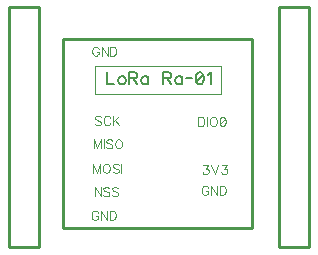
<source format=gbr>
G04 DipTrace 3.0.0.2*
G04 TopSilk.gbr*
%MOIN*%
G04 #@! TF.FileFunction,Legend,Top*
G04 #@! TF.Part,Single*
%ADD10C,0.009843*%
%ADD15C,0.003937*%
%ADD32C,0.004632*%
%ADD33C,0.006176*%
%FSLAX26Y26*%
G04*
G70*
G90*
G75*
G01*
G04 TopSilk*
%LPD*%
X390079Y391654D2*
D10*
Y1191654D1*
X490079Y391654D2*
X390079D1*
X490079D2*
Y1191654D1*
X390079D1*
X1390079D2*
Y391654D1*
X1290079Y1191654D2*
X1390079D1*
X1290079D2*
Y391654D1*
X1390079D1*
X1201531Y457008D2*
X571539D1*
Y1086929D1*
X1201531D1*
Y457008D1*
X677480Y994803D2*
D15*
X1097559D1*
Y903858D1*
X677480D1*
Y994803D1*
X718125Y975176D2*
D33*
Y934984D1*
X741073D1*
X762974Y961778D2*
X759172Y959877D1*
X755325Y956030D1*
X753424Y950282D1*
Y946480D1*
X755325Y940732D1*
X759172Y936929D1*
X762974Y934984D1*
X768723D1*
X772569Y936929D1*
X776372Y940732D1*
X778317Y946480D1*
Y950282D1*
X776372Y956030D1*
X772569Y959877D1*
X768723Y961778D1*
X762974D1*
X790669Y956030D2*
X807869D1*
X813617Y957976D1*
X815562Y959877D1*
X817463Y963680D1*
Y967527D1*
X815562Y971329D1*
X813617Y973275D1*
X807869Y975176D1*
X790669D1*
Y934984D1*
X804066Y956030D2*
X817463Y934984D1*
X852763Y961778D2*
Y934984D1*
Y956030D2*
X848960Y959877D1*
X845113Y961778D1*
X839410D1*
X835563Y959877D1*
X831760Y956030D1*
X829815Y950282D1*
Y946480D1*
X831760Y940732D1*
X835563Y936929D1*
X839410Y934984D1*
X845113D1*
X848960Y936929D1*
X852763Y940732D1*
X903995Y956030D2*
X921195D1*
X926943Y957976D1*
X928888Y959877D1*
X930790Y963680D1*
Y967527D1*
X928888Y971329D1*
X926943Y973275D1*
X921195Y975176D1*
X903995D1*
Y934984D1*
X917392Y956030D2*
X930790Y934984D1*
X966089Y961778D2*
Y934984D1*
Y956030D2*
X962286Y959877D1*
X958440Y961778D1*
X952736D1*
X948889Y959877D1*
X945086Y956030D1*
X943141Y950282D1*
Y946480D1*
X945086Y940732D1*
X948889Y936929D1*
X952736Y934984D1*
X958440D1*
X962286Y936929D1*
X966089Y940732D1*
X978440Y955058D2*
X1000548D1*
X1024395Y975132D2*
X1018647Y973230D1*
X1014801Y967482D1*
X1012899Y957932D1*
Y952184D1*
X1014801Y942633D1*
X1018647Y936885D1*
X1024395Y934984D1*
X1028198D1*
X1033946Y936885D1*
X1037749Y942633D1*
X1039694Y952184D1*
Y957932D1*
X1037749Y967482D1*
X1033946Y973230D1*
X1028198Y975132D1*
X1024395D1*
X1037749Y967482D2*
X1014801Y942633D1*
X1052045Y967482D2*
X1055892Y969428D1*
X1061640Y975132D1*
Y934984D1*
X1038127Y666183D2*
D32*
X1053879D1*
X1045290Y654709D1*
X1049601D1*
X1052453Y653283D1*
X1053879Y651857D1*
X1055338Y647546D1*
Y644694D1*
X1053879Y640383D1*
X1051027Y637498D1*
X1046716Y636072D1*
X1042405D1*
X1038127Y637498D1*
X1036702Y638957D1*
X1035242Y641809D1*
X1064602Y666216D2*
X1076076Y636072D1*
X1087550Y666216D1*
X1099698Y666183D2*
X1115450D1*
X1106861Y654709D1*
X1111172D1*
X1114024Y653283D1*
X1115450Y651857D1*
X1116909Y647546D1*
Y644694D1*
X1115450Y640383D1*
X1112598Y637498D1*
X1108287Y636072D1*
X1103976D1*
X1099698Y637498D1*
X1098273Y638957D1*
X1096813Y641809D1*
X1020769Y826544D2*
Y796400D1*
X1030817D1*
X1035128Y797859D1*
X1038013Y800711D1*
X1039439Y803596D1*
X1040865Y807874D1*
Y815070D1*
X1039439Y819381D1*
X1038013Y822233D1*
X1035128Y825118D1*
X1030817Y826544D1*
X1020769D1*
X1050128D2*
Y796400D1*
X1068014Y826544D2*
X1065129Y825118D1*
X1062277Y822233D1*
X1060818Y819381D1*
X1059392Y815070D1*
Y807874D1*
X1060818Y803596D1*
X1062277Y800711D1*
X1065129Y797859D1*
X1068014Y796400D1*
X1073751D1*
X1076603Y797859D1*
X1079488Y800711D1*
X1080914Y803596D1*
X1082340Y807874D1*
Y815070D1*
X1080914Y819381D1*
X1079488Y822233D1*
X1076603Y825118D1*
X1073751Y826544D1*
X1068014D1*
X1100225Y826511D2*
X1095914Y825085D1*
X1093029Y820774D1*
X1091603Y813611D1*
Y809300D1*
X1093029Y802137D1*
X1095914Y797826D1*
X1100225Y796400D1*
X1103077D1*
X1107388Y797826D1*
X1110240Y802137D1*
X1111699Y809300D1*
Y813611D1*
X1110240Y820774D1*
X1107388Y825085D1*
X1103077Y826511D1*
X1100225D1*
X1110240Y820774D2*
X1093029Y802137D1*
X688973Y1053860D2*
X687547Y1056712D1*
X684662Y1059597D1*
X681810Y1061023D1*
X676073D1*
X673188Y1059597D1*
X670336Y1056712D1*
X668877Y1053860D1*
X667451Y1049549D1*
Y1042353D1*
X668877Y1038075D1*
X670336Y1035190D1*
X673188Y1032338D1*
X676073Y1030879D1*
X681810D1*
X684662Y1032338D1*
X687547Y1035190D1*
X688973Y1038075D1*
Y1042353D1*
X681810D1*
X718333Y1061023D2*
Y1030879D1*
X698237Y1061023D1*
Y1030879D1*
X727596Y1061023D2*
Y1030879D1*
X737644D1*
X741955Y1032338D1*
X744840Y1035190D1*
X746266Y1038075D1*
X747692Y1042353D1*
Y1049549D1*
X746266Y1053860D1*
X744840Y1056712D1*
X741955Y1059597D1*
X737644Y1061023D1*
X727596D1*
X1053540Y589687D2*
X1052114Y592539D1*
X1049229Y595424D1*
X1046377Y596850D1*
X1040640D1*
X1037755Y595424D1*
X1034903Y592539D1*
X1033444Y589687D1*
X1032018Y585376D1*
Y578180D1*
X1033444Y573902D1*
X1034903Y571017D1*
X1037755Y568165D1*
X1040640Y566706D1*
X1046377D1*
X1049229Y568165D1*
X1052114Y571017D1*
X1053540Y573902D1*
Y578180D1*
X1046377D1*
X1082899Y596850D2*
Y566706D1*
X1062803Y596850D1*
Y566706D1*
X1092163Y596850D2*
Y566706D1*
X1102211D1*
X1106522Y568165D1*
X1109407Y571017D1*
X1110833Y573902D1*
X1112259Y578180D1*
Y585376D1*
X1110833Y589687D1*
X1109407Y592539D1*
X1106522Y595424D1*
X1102211Y596850D1*
X1092163D1*
X695346Y592838D2*
Y562694D1*
X675250Y592838D1*
Y562694D1*
X724706Y588527D2*
X721854Y591412D1*
X717543Y592838D1*
X711806D1*
X707495Y591412D1*
X704610Y588527D1*
Y585675D1*
X706069Y582790D1*
X707495Y581364D1*
X710347Y579938D1*
X718969Y577053D1*
X721854Y575627D1*
X723280Y574168D1*
X724706Y571316D1*
Y567005D1*
X721854Y564153D1*
X717543Y562694D1*
X711806D1*
X707495Y564153D1*
X704610Y567005D1*
X754065Y588527D2*
X751213Y591412D1*
X746902Y592838D1*
X741165D1*
X736854Y591412D1*
X733969Y588527D1*
Y585675D1*
X735428Y582790D1*
X736854Y581364D1*
X739706Y579938D1*
X748328Y577053D1*
X751213Y575627D1*
X752639Y574168D1*
X754065Y571316D1*
Y567005D1*
X751213Y564153D1*
X746902Y562694D1*
X741165D1*
X736854Y564153D1*
X733969Y567005D1*
X693865Y640250D2*
Y670394D1*
X682391Y640250D1*
X670917Y670394D1*
Y640250D1*
X711750Y670394D2*
X708865Y668968D1*
X706013Y666083D1*
X704554Y663231D1*
X703128Y658920D1*
Y651724D1*
X704554Y647446D1*
X706013Y644561D1*
X708865Y641709D1*
X711750Y640250D1*
X717487D1*
X720339Y641709D1*
X723224Y644561D1*
X724650Y647446D1*
X726076Y651724D1*
Y658920D1*
X724650Y663231D1*
X723224Y666083D1*
X720339Y668968D1*
X717487Y670394D1*
X711750D1*
X755436Y666083D2*
X752584Y668968D1*
X748273Y670394D1*
X742536D1*
X738225Y668968D1*
X735340Y666083D1*
Y663231D1*
X736799Y660346D1*
X738225Y658920D1*
X741077Y657494D1*
X749699Y654609D1*
X752584Y653183D1*
X754010Y651724D1*
X755436Y648872D1*
Y644561D1*
X752584Y641709D1*
X748273Y640250D1*
X742536D1*
X738225Y641709D1*
X735340Y644561D1*
X764699Y670394D2*
Y640250D1*
X695833Y721746D2*
Y751890D1*
X684359Y721746D1*
X672885Y751890D1*
Y721746D1*
X705097Y751890D2*
Y721746D1*
X734456Y747579D2*
X731605Y750464D1*
X727294Y751890D1*
X721557D1*
X717246Y750464D1*
X714360Y747579D1*
Y744727D1*
X715820Y741842D1*
X717246Y740416D1*
X720097Y738990D1*
X728719Y736105D1*
X731605Y734679D1*
X733030Y733220D1*
X734456Y730368D1*
Y726057D1*
X731605Y723206D1*
X727294Y721746D1*
X721557D1*
X717246Y723206D1*
X714360Y726057D1*
X752342Y751890D2*
X749457Y750464D1*
X746605Y747579D1*
X745146Y744727D1*
X743720Y740416D1*
Y733220D1*
X745146Y728942D1*
X746605Y726057D1*
X749457Y723206D1*
X752342Y721746D1*
X758079D1*
X760931Y723206D1*
X763816Y726057D1*
X765242Y728942D1*
X766668Y733220D1*
Y740416D1*
X765242Y744727D1*
X763816Y747579D1*
X760931Y750464D1*
X758079Y751890D1*
X752342D1*
X696208Y825610D2*
X693357Y828495D1*
X689046Y829921D1*
X683309D1*
X678998Y828495D1*
X676112Y825610D1*
Y822758D1*
X677572Y819873D1*
X678998Y818447D1*
X681849Y817021D1*
X690471Y814136D1*
X693357Y812710D1*
X694783Y811251D1*
X696208Y808399D1*
Y804088D1*
X693357Y801236D1*
X689046Y799777D1*
X683309D1*
X678998Y801236D1*
X676112Y804088D1*
X726994Y822758D2*
X725568Y825610D1*
X722683Y828495D1*
X719831Y829921D1*
X714094D1*
X711209Y828495D1*
X708357Y825610D1*
X706898Y822758D1*
X705472Y818447D1*
Y811251D1*
X706898Y806973D1*
X708357Y804088D1*
X711209Y801236D1*
X714094Y799777D1*
X719831D1*
X722683Y801236D1*
X725568Y804088D1*
X726994Y806973D1*
X736258Y829921D2*
Y799777D1*
X756354Y829921D2*
X736258Y809825D1*
X743420Y817021D2*
X756354Y799777D1*
X686611Y506616D2*
X685185Y509468D1*
X682300Y512353D1*
X679448Y513779D1*
X673711D1*
X670826Y512353D1*
X667974Y509468D1*
X666515Y506616D1*
X665089Y502305D1*
Y495109D1*
X666515Y490831D1*
X667974Y487946D1*
X670826Y485094D1*
X673711Y483635D1*
X679448D1*
X682300Y485094D1*
X685185Y487946D1*
X686611Y490831D1*
Y495109D1*
X679448D1*
X715970Y513779D2*
Y483635D1*
X695874Y513779D1*
Y483635D1*
X725234Y513779D2*
Y483635D1*
X735282D1*
X739593Y485094D1*
X742478Y487946D1*
X743904Y490831D1*
X745330Y495109D1*
Y502305D1*
X743904Y506616D1*
X742478Y509468D1*
X739593Y512353D1*
X735282Y513779D1*
X725234D1*
M02*

</source>
